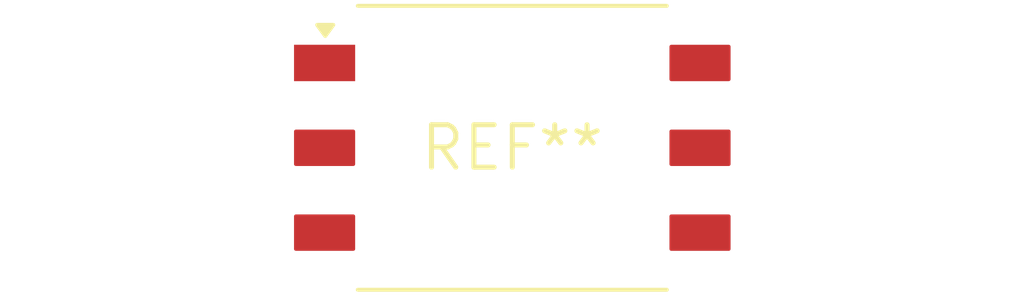
<source format=kicad_pcb>
(kicad_pcb (version 20240108) (generator pcbnew)
  (layers (0 "F.Cu" signal) (31 "B.Cu" signal) (34 "B.Paste" user) (35 "F.Paste" user) (36 "B.SilkS" user "B.Silkscreen") (37 "F.SilkS" user "F.Silkscreen") (38 "B.Mask" user) (39 "F.Mask" user) (44 "Edge.Cuts" user))
  (net 0 "")
  (footprint "Transformer_Wuerth_750315371" (layer "F.Cu") (at 0 0)
    (property "Reference" "REF**")
    (property "Value" "Transformer_Wuerth_750315371")
    (fp_line (start -4.625 -4.25) (end 4.625 -4.25) (layer "F.SilkS") (stroke (width 0.12)))
    (fp_line (start 4.625 4.25) (end -4.625 4.25) (layer "F.SilkS") (stroke (width 0.12)))
    (fp_poly (pts (xy -5.6 -3.35) (xy -5.84 -3.68) (xy -5.36 -3.68) (xy -5.6 -3.35)) (layer "F.SilkS") (stroke (width 0.12)) (fill solid))
    (pad "1" smd rect (at -5.62 -2.54) (size 1.83 1.09) (layers "F.Cu" "F.Paste" "F.Mask"))
    (pad "2" smd roundrect (at -5.62 0) (size 1.83 1.09) (layers "F.Cu" "F.Paste" "F.Mask") (roundrect_rratio 0.05))
    (pad "3" smd roundrect (at -5.62 2.54) (size 1.83 1.09) (layers "F.Cu" "F.Paste" "F.Mask") (roundrect_rratio 0.05))
    (pad "4" smd roundrect (at 5.62 2.54) (size 1.83 1.09) (layers "F.Cu" "F.Paste" "F.Mask") (roundrect_rratio 0.05))
    (pad "5" smd roundrect (at 5.62 0) (size 1.83 1.09) (layers "F.Cu" "F.Paste" "F.Mask") (roundrect_rratio 0.05))
    (pad "6" smd roundrect (at 5.62 -2.54) (size 1.83 1.09) (layers "F.Cu" "F.Paste" "F.Mask") (roundrect_rratio 0.05))
  )
)
</source>
